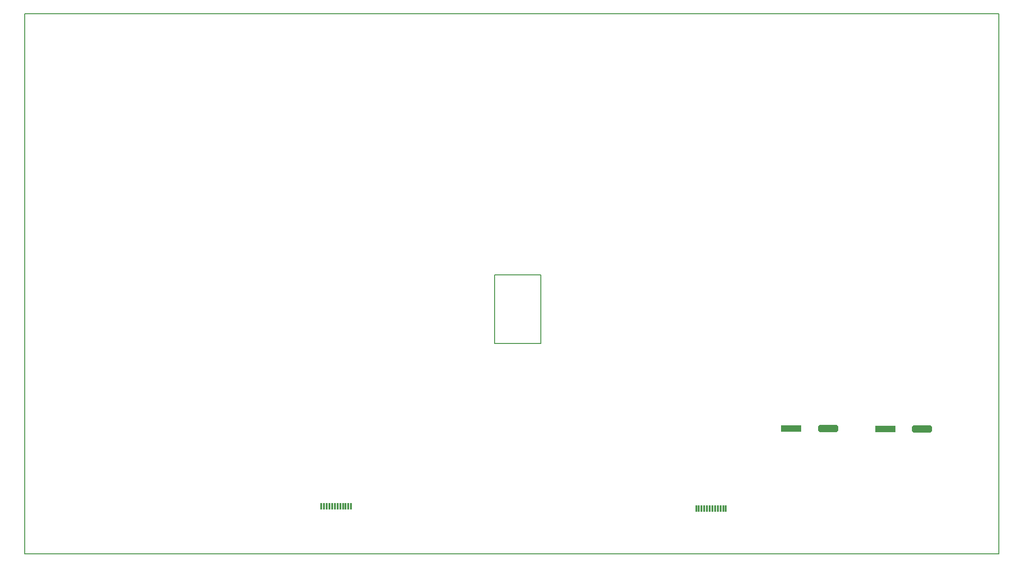
<source format=gbp>
G04*
G04 #@! TF.GenerationSoftware,Altium Limited,Altium NEXUS,2.1.9 (83)*
G04*
G04 Layer_Color=128*
%FSLAX44Y44*%
%MOMM*%
G71*
G01*
G75*
%ADD13C,0.2000*%
%ADD120R,3.8000X1.3000*%
G04:AMPARAMS|DCode=121|XSize=3.8mm|YSize=1.3mm|CornerRadius=0mm|HoleSize=0mm|Usage=FLASHONLY|Rotation=180.000|XOffset=0mm|YOffset=0mm|HoleType=Round|Shape=Octagon|*
%AMOCTAGOND121*
4,1,8,-1.9000,0.3250,-1.9000,-0.3250,-1.5750,-0.6500,1.5750,-0.6500,1.9000,-0.3250,1.9000,0.3250,1.5750,0.6500,-1.5750,0.6500,-1.9000,0.3250,0.0*
%
%ADD121OCTAGOND121*%

%ADD122R,0.3000X1.2000*%
D13*
X868750Y390000D02*
Y516250D01*
Y390000D02*
X955000D01*
Y516250D01*
X868750D02*
X955000D01*
X0Y0D02*
Y1000000D01*
X1802500D01*
Y0D02*
Y1000000D01*
X0Y0D02*
X1802500D01*
D120*
X1418000Y232500D02*
D03*
X1592250Y231750D02*
D03*
D121*
X1486000Y232500D02*
D03*
X1660250Y231750D02*
D03*
D122*
X1297110Y84380D02*
D03*
X1292110D02*
D03*
X1287110D02*
D03*
X1282110D02*
D03*
X1277110D02*
D03*
X1272110D02*
D03*
X1267110D02*
D03*
X1262110D02*
D03*
X1257110D02*
D03*
X1252110D02*
D03*
X1247110D02*
D03*
X1242110D02*
D03*
X603500Y88100D02*
D03*
X598500D02*
D03*
X593500D02*
D03*
X588500D02*
D03*
X583500D02*
D03*
X578500D02*
D03*
X573500D02*
D03*
X568500D02*
D03*
X563500D02*
D03*
X558500D02*
D03*
X553500D02*
D03*
X548500D02*
D03*
M02*

</source>
